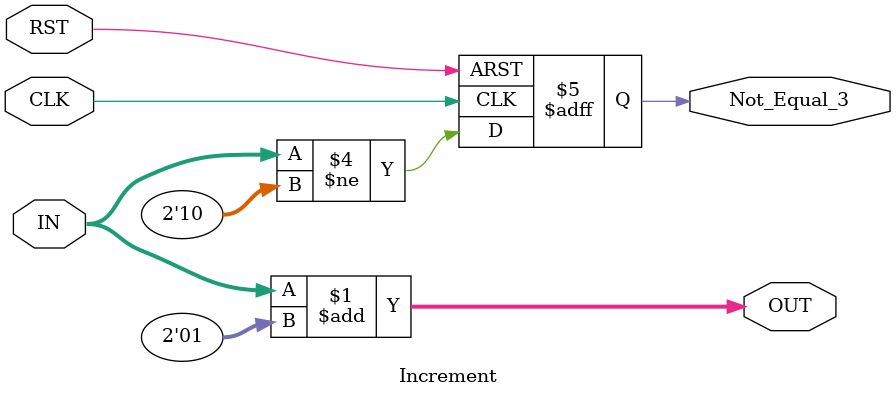
<source format=v>
module Increment 
(
    input     wire     [1:0]       IN,
    input     wire                 CLK, RST,
    output    wire     [1:0]       OUT,
    output    reg                 Not_Equal_3
);
assign OUT = IN + 2'b01;
always @(posedge  CLK or negedge RST)
    begin
        if(!RST)
            begin
                Not_Equal_3 <= 1'b0;
            end
        else
            begin
                Not_Equal_3 <= (IN != 2'd2);
            end
    end
endmodule 

</source>
